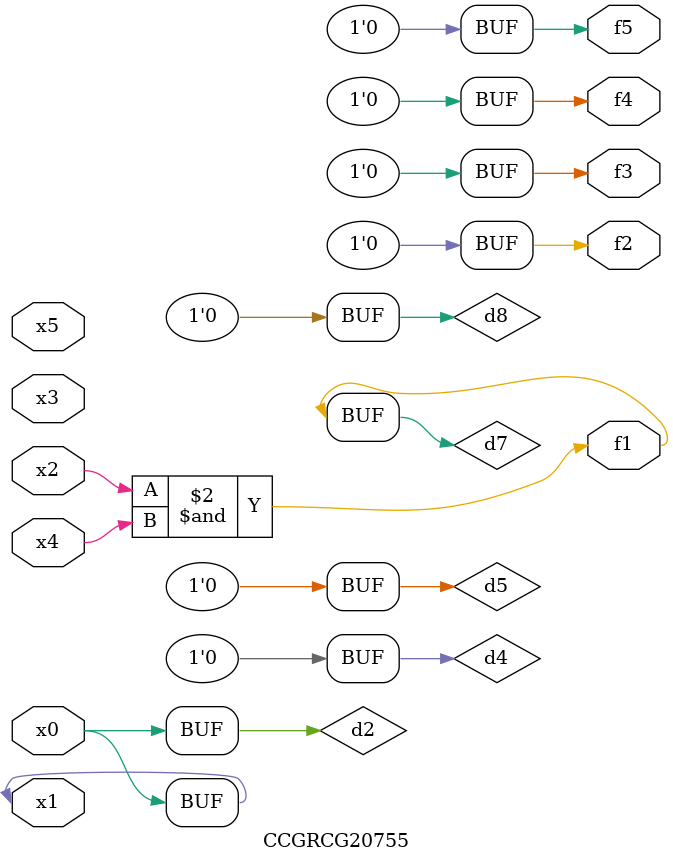
<source format=v>
module CCGRCG20755(
	input x0, x1, x2, x3, x4, x5,
	output f1, f2, f3, f4, f5
);

	wire d1, d2, d3, d4, d5, d6, d7, d8, d9;

	nand (d1, x1);
	buf (d2, x0, x1);
	nand (d3, x2, x4);
	and (d4, d1, d2);
	and (d5, d1, d2);
	nand (d6, d1, d3);
	not (d7, d3);
	xor (d8, d5);
	nor (d9, d5, d6);
	assign f1 = d7;
	assign f2 = d8;
	assign f3 = d8;
	assign f4 = d8;
	assign f5 = d8;
endmodule

</source>
